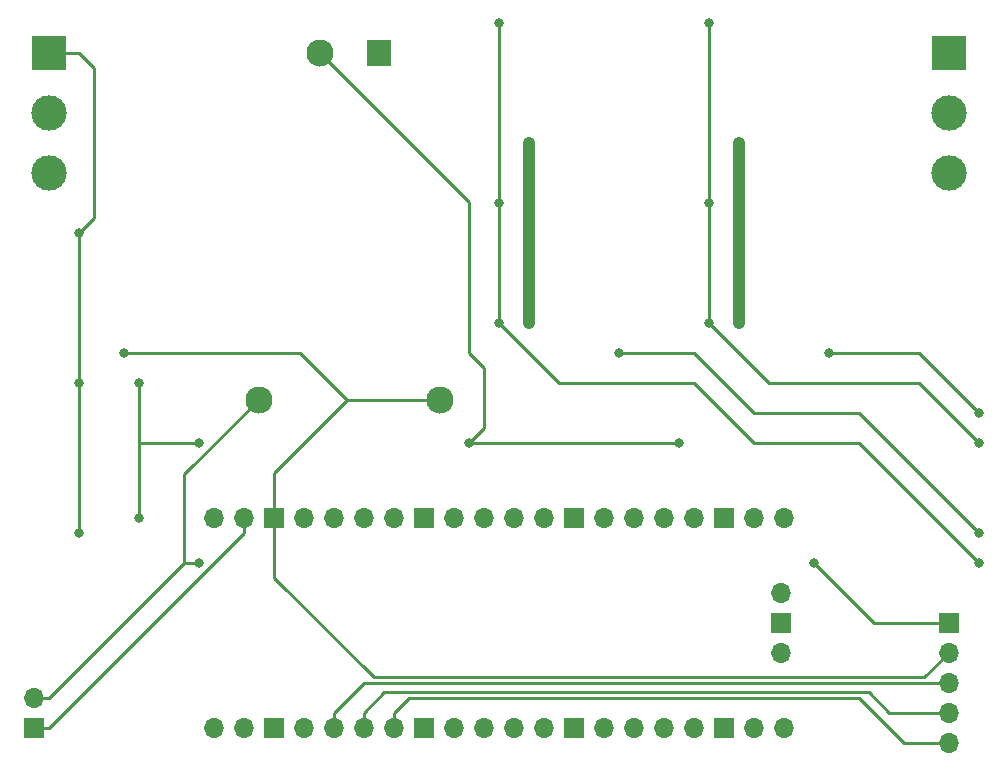
<source format=gbl>
G04 #@! TF.GenerationSoftware,KiCad,Pcbnew,(6.0.0)*
G04 #@! TF.CreationDate,2022-05-18T17:51:48+02:00*
G04 #@! TF.ProjectId,prototype-3,70726f74-6f74-4797-9065-2d332e6b6963,rev?*
G04 #@! TF.SameCoordinates,Original*
G04 #@! TF.FileFunction,Copper,L2,Bot*
G04 #@! TF.FilePolarity,Positive*
%FSLAX46Y46*%
G04 Gerber Fmt 4.6, Leading zero omitted, Abs format (unit mm)*
G04 Created by KiCad (PCBNEW (6.0.0)) date 2022-05-18 17:51:48*
%MOMM*%
%LPD*%
G01*
G04 APERTURE LIST*
G04 #@! TA.AperFunction,ComponentPad*
%ADD10R,3.000000X3.000000*%
G04 #@! TD*
G04 #@! TA.AperFunction,ComponentPad*
%ADD11C,3.000000*%
G04 #@! TD*
G04 #@! TA.AperFunction,ComponentPad*
%ADD12R,1.700000X1.700000*%
G04 #@! TD*
G04 #@! TA.AperFunction,ComponentPad*
%ADD13O,1.700000X1.700000*%
G04 #@! TD*
G04 #@! TA.AperFunction,ComponentPad*
%ADD14R,2.000000X2.300000*%
G04 #@! TD*
G04 #@! TA.AperFunction,ComponentPad*
%ADD15C,2.300000*%
G04 #@! TD*
G04 #@! TA.AperFunction,ViaPad*
%ADD16C,0.800000*%
G04 #@! TD*
G04 #@! TA.AperFunction,Conductor*
%ADD17C,0.250000*%
G04 #@! TD*
G04 #@! TA.AperFunction,Conductor*
%ADD18C,1.000000*%
G04 #@! TD*
G04 APERTURE END LIST*
D10*
X111760000Y-55880000D03*
D11*
X111760000Y-60960000D03*
X111760000Y-66040000D03*
D12*
X110490000Y-113030000D03*
D13*
X110490000Y-110490000D03*
X125730000Y-113030000D03*
X128270000Y-113030000D03*
D12*
X130810000Y-113030000D03*
D13*
X133350000Y-113030000D03*
X135890000Y-113030000D03*
X138430000Y-113030000D03*
X140970000Y-113030000D03*
D12*
X143510000Y-113030000D03*
D13*
X146050000Y-113030000D03*
X148590000Y-113030000D03*
X151130000Y-113030000D03*
X153670000Y-113030000D03*
D12*
X156210000Y-113030000D03*
D13*
X158750000Y-113030000D03*
X161290000Y-113030000D03*
X163830000Y-113030000D03*
X166370000Y-113030000D03*
D12*
X168910000Y-113030000D03*
D13*
X171450000Y-113030000D03*
X173990000Y-113030000D03*
X173990000Y-95250000D03*
X171450000Y-95250000D03*
D12*
X168910000Y-95250000D03*
D13*
X166370000Y-95250000D03*
X163830000Y-95250000D03*
X161290000Y-95250000D03*
X158750000Y-95250000D03*
D12*
X156210000Y-95250000D03*
D13*
X153670000Y-95250000D03*
X151130000Y-95250000D03*
X148590000Y-95250000D03*
X146050000Y-95250000D03*
D12*
X143510000Y-95250000D03*
D13*
X140970000Y-95250000D03*
X138430000Y-95250000D03*
X135890000Y-95250000D03*
X133350000Y-95250000D03*
D12*
X130810000Y-95250000D03*
D13*
X128270000Y-95250000D03*
X125730000Y-95250000D03*
X173760000Y-106680000D03*
D12*
X173760000Y-104140000D03*
D13*
X173760000Y-101600000D03*
D10*
X187960000Y-55880000D03*
D11*
X187960000Y-60960000D03*
X187960000Y-66040000D03*
D12*
X187960000Y-104140000D03*
D13*
X187960000Y-106680000D03*
X187960000Y-109220000D03*
X187960000Y-111760000D03*
X187960000Y-114300000D03*
D14*
X139700000Y-55880000D03*
D15*
X134700000Y-55880000D03*
X144900000Y-85280000D03*
X129500000Y-85280000D03*
D16*
X177800000Y-81280000D03*
X190500000Y-86360000D03*
X170180000Y-63500000D03*
X170180000Y-78740000D03*
X114300000Y-71120000D03*
X165100000Y-88900000D03*
X114300000Y-83820000D03*
X147320000Y-88900000D03*
X114300000Y-96520000D03*
X118110000Y-81280000D03*
X124460000Y-99060000D03*
X176530000Y-99060000D03*
X149860000Y-53340000D03*
X190500000Y-99060000D03*
X149860000Y-68580000D03*
X149860000Y-78740000D03*
X167640000Y-53340000D03*
X167640000Y-78740000D03*
X167640000Y-68580000D03*
X190500000Y-88900000D03*
X160020000Y-81280000D03*
X190500000Y-96520000D03*
X152400000Y-63500000D03*
X152400000Y-78740000D03*
X124460000Y-88900000D03*
X119380000Y-95250000D03*
X119380000Y-83820000D03*
D17*
X177800000Y-81280000D02*
X185420000Y-81280000D01*
X185420000Y-81280000D02*
X190500000Y-86360000D01*
D18*
X170180000Y-78740000D02*
X170180000Y-63500000D01*
D17*
X147320000Y-88900000D02*
X165100000Y-88900000D01*
X115570000Y-69850000D02*
X114300000Y-71120000D01*
X147320000Y-81280000D02*
X147320000Y-68500000D01*
X114300000Y-83820000D02*
X114300000Y-96520000D01*
X114300000Y-83820000D02*
X114300000Y-71120000D01*
X148590000Y-82550000D02*
X147320000Y-81280000D01*
X148590000Y-87630000D02*
X148590000Y-82550000D01*
X147320000Y-68500000D02*
X134700000Y-55880000D01*
X147320000Y-88900000D02*
X148590000Y-87630000D01*
X115570000Y-57150000D02*
X114300000Y-55880000D01*
X115570000Y-57150000D02*
X115570000Y-69850000D01*
X114300000Y-55880000D02*
X111760000Y-55880000D01*
X139250480Y-108770480D02*
X130810000Y-100330000D01*
X136970000Y-85280000D02*
X132970000Y-81280000D01*
X130810000Y-100330000D02*
X130810000Y-95250000D01*
X130810000Y-91440000D02*
X136970000Y-85280000D01*
X130810000Y-95250000D02*
X130810000Y-91440000D01*
X185869520Y-108770480D02*
X139250480Y-108770480D01*
X132970000Y-81280000D02*
X118110000Y-81280000D01*
X187960000Y-106680000D02*
X185869520Y-108770480D01*
X136970000Y-85280000D02*
X144900000Y-85280000D01*
X123190000Y-99060000D02*
X111760000Y-110490000D01*
X123190000Y-91590000D02*
X129500000Y-85280000D01*
X123190000Y-99060000D02*
X123190000Y-91590000D01*
X187960000Y-104140000D02*
X181610000Y-104140000D01*
X181610000Y-104140000D02*
X176530000Y-99060000D01*
X111760000Y-110490000D02*
X110490000Y-110490000D01*
X124460000Y-99060000D02*
X123190000Y-99060000D01*
X111760000Y-113030000D02*
X110490000Y-113030000D01*
X128270000Y-95250000D02*
X128270000Y-96520000D01*
X128270000Y-96520000D02*
X111760000Y-113030000D01*
X171450000Y-88900000D02*
X180340000Y-88900000D01*
X190500000Y-99060000D02*
X180340000Y-88900000D01*
X154940000Y-83820000D02*
X166370000Y-83820000D01*
X149860000Y-53340000D02*
X149860000Y-68580000D01*
X149860000Y-68580000D02*
X149860000Y-78740000D01*
X154940000Y-83820000D02*
X149860000Y-78740000D01*
X171450000Y-88900000D02*
X166370000Y-83820000D01*
X167640000Y-68580000D02*
X167640000Y-78740000D01*
X167640000Y-53340000D02*
X167640000Y-68580000D01*
X172720000Y-83820000D02*
X185420000Y-83820000D01*
X167640000Y-78740000D02*
X172720000Y-83820000D01*
X185420000Y-83820000D02*
X190500000Y-88900000D01*
X166370000Y-81280000D02*
X171450000Y-86360000D01*
X180340000Y-86360000D02*
X190500000Y-96520000D01*
X171450000Y-86360000D02*
X180340000Y-86360000D01*
X160020000Y-81280000D02*
X166370000Y-81280000D01*
D18*
X152400000Y-63500000D02*
X152400000Y-78740000D01*
D17*
X119380000Y-95250000D02*
X119380000Y-83820000D01*
X119380000Y-88900000D02*
X124460000Y-88900000D01*
X138430000Y-109220000D02*
X135890000Y-111760000D01*
X135890000Y-111760000D02*
X135890000Y-113030000D01*
X187960000Y-109220000D02*
X138430000Y-109220000D01*
X140149520Y-110040480D02*
X138430000Y-111760000D01*
X138430000Y-111760000D02*
X138430000Y-113030000D01*
X182880000Y-111760000D02*
X181160480Y-110040480D01*
X187960000Y-111760000D02*
X182880000Y-111760000D01*
X181160480Y-110040480D02*
X140149520Y-110040480D01*
X142240000Y-110490000D02*
X140970000Y-111760000D01*
X140970000Y-111760000D02*
X140970000Y-113030000D01*
X184150000Y-114300000D02*
X180340000Y-110490000D01*
X180340000Y-110490000D02*
X142240000Y-110490000D01*
X187960000Y-114300000D02*
X184150000Y-114300000D01*
M02*

</source>
